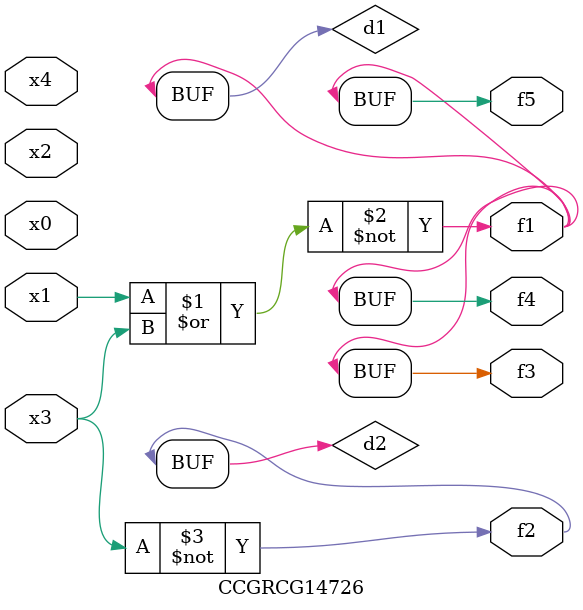
<source format=v>
module CCGRCG14726(
	input x0, x1, x2, x3, x4,
	output f1, f2, f3, f4, f5
);

	wire d1, d2;

	nor (d1, x1, x3);
	not (d2, x3);
	assign f1 = d1;
	assign f2 = d2;
	assign f3 = d1;
	assign f4 = d1;
	assign f5 = d1;
endmodule

</source>
